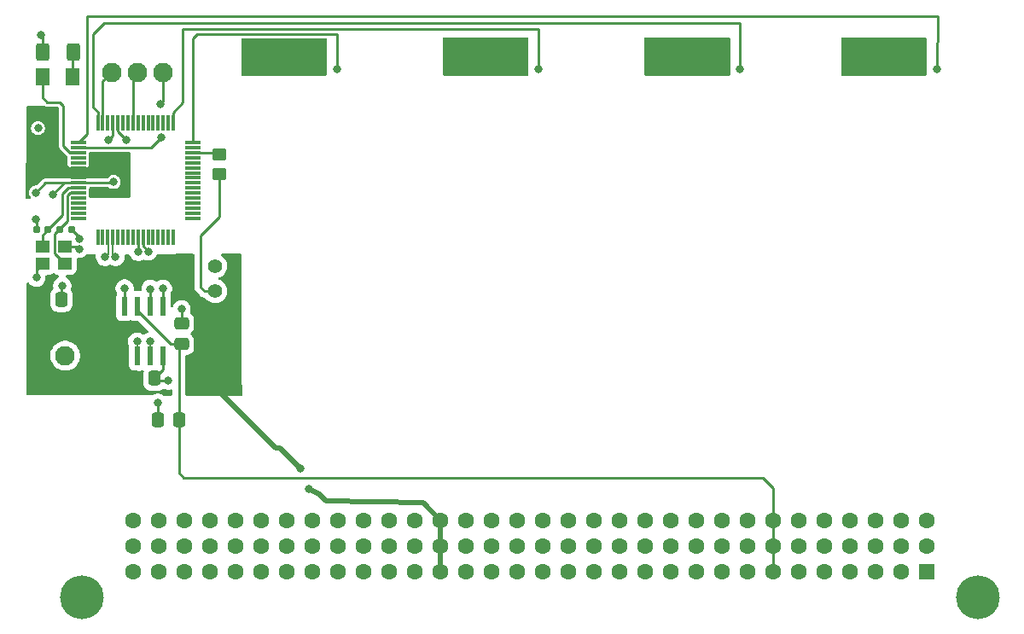
<source format=gbr>
%TF.GenerationSoftware,KiCad,Pcbnew,9.0.0*%
%TF.CreationDate,2025-04-06T17:48:58-04:00*%
%TF.ProjectId,Thruster_Control_Card_COPY,54687275-7374-4657-925f-436f6e74726f,rev?*%
%TF.SameCoordinates,Original*%
%TF.FileFunction,Copper,L1,Top*%
%TF.FilePolarity,Positive*%
%FSLAX46Y46*%
G04 Gerber Fmt 4.6, Leading zero omitted, Abs format (unit mm)*
G04 Created by KiCad (PCBNEW 9.0.0) date 2025-04-06 17:48:58*
%MOMM*%
%LPD*%
G01*
G04 APERTURE LIST*
G04 Aperture macros list*
%AMRoundRect*
0 Rectangle with rounded corners*
0 $1 Rounding radius*
0 $2 $3 $4 $5 $6 $7 $8 $9 X,Y pos of 4 corners*
0 Add a 4 corners polygon primitive as box body*
4,1,4,$2,$3,$4,$5,$6,$7,$8,$9,$2,$3,0*
0 Add four circle primitives for the rounded corners*
1,1,$1+$1,$2,$3*
1,1,$1+$1,$4,$5*
1,1,$1+$1,$6,$7*
1,1,$1+$1,$8,$9*
0 Add four rect primitives between the rounded corners*
20,1,$1+$1,$2,$3,$4,$5,0*
20,1,$1+$1,$4,$5,$6,$7,0*
20,1,$1+$1,$6,$7,$8,$9,0*
20,1,$1+$1,$8,$9,$2,$3,0*%
G04 Aperture macros list end*
%TA.AperFunction,ComponentPad*%
%ADD10C,1.950000*%
%TD*%
%TA.AperFunction,SMDPad,CuDef*%
%ADD11RoundRect,0.155000X0.212500X0.155000X-0.212500X0.155000X-0.212500X-0.155000X0.212500X-0.155000X0*%
%TD*%
%TA.AperFunction,SMDPad,CuDef*%
%ADD12R,0.558000X1.969999*%
%TD*%
%TA.AperFunction,SMDPad,CuDef*%
%ADD13RoundRect,0.250000X0.337500X0.475000X-0.337500X0.475000X-0.337500X-0.475000X0.337500X-0.475000X0*%
%TD*%
%TA.AperFunction,ComponentPad*%
%ADD14C,1.397000*%
%TD*%
%TA.AperFunction,SMDPad,CuDef*%
%ADD15RoundRect,0.250000X-0.337500X-0.475000X0.337500X-0.475000X0.337500X0.475000X-0.337500X0.475000X0*%
%TD*%
%TA.AperFunction,ComponentPad*%
%ADD16R,1.605000X1.605000*%
%TD*%
%TA.AperFunction,ComponentPad*%
%ADD17C,1.605000*%
%TD*%
%TA.AperFunction,ComponentPad*%
%ADD18C,4.335000*%
%TD*%
%TA.AperFunction,SMDPad,CuDef*%
%ADD19RoundRect,0.250000X0.475000X-0.337500X0.475000X0.337500X-0.475000X0.337500X-0.475000X-0.337500X0*%
%TD*%
%TA.AperFunction,SMDPad,CuDef*%
%ADD20RoundRect,0.250000X0.400000X0.625000X-0.400000X0.625000X-0.400000X-0.625000X0.400000X-0.625000X0*%
%TD*%
%TA.AperFunction,SMDPad,CuDef*%
%ADD21RoundRect,0.250000X-0.450000X0.350000X-0.450000X-0.350000X0.450000X-0.350000X0.450000X0.350000X0*%
%TD*%
%TA.AperFunction,SMDPad,CuDef*%
%ADD22RoundRect,0.250001X0.462499X0.624999X-0.462499X0.624999X-0.462499X-0.624999X0.462499X-0.624999X0*%
%TD*%
%TA.AperFunction,SMDPad,CuDef*%
%ADD23RoundRect,0.180000X-0.520000X-0.420000X0.520000X-0.420000X0.520000X0.420000X-0.520000X0.420000X0*%
%TD*%
%TA.AperFunction,SMDPad,CuDef*%
%ADD24RoundRect,0.075000X-0.700000X-0.075000X0.700000X-0.075000X0.700000X0.075000X-0.700000X0.075000X0*%
%TD*%
%TA.AperFunction,SMDPad,CuDef*%
%ADD25RoundRect,0.075000X-0.075000X-0.700000X0.075000X-0.700000X0.075000X0.700000X-0.075000X0.700000X0*%
%TD*%
%TA.AperFunction,ViaPad*%
%ADD26C,0.800000*%
%TD*%
%TA.AperFunction,Conductor*%
%ADD27C,0.250000*%
%TD*%
%TA.AperFunction,Conductor*%
%ADD28C,0.200000*%
%TD*%
%TA.AperFunction,Conductor*%
%ADD29C,0.500000*%
%TD*%
G04 APERTURE END LIST*
D10*
%TO.P,J7,1,Pin_1*%
%TO.N,3.3v*%
X154025000Y-80950000D03*
%TO.P,J7,2,Pin_2*%
%TO.N,GND*%
X154025000Y-83490000D03*
%TD*%
D11*
%TO.P,C1,1*%
%TO.N,GND*%
X154635000Y-71000000D03*
%TO.P,C1,2*%
%TO.N,RCC_OSC_OUT*%
X153500000Y-71000000D03*
%TD*%
D12*
%TO.P,U6,1,TXD*%
%TO.N,FDCAN_TX*%
X163700000Y-78576200D03*
%TO.P,U6,2,GND*%
%TO.N,GND*%
X162430000Y-78576200D03*
%TO.P,U6,3,VCC*%
%TO.N,5V*%
X161160000Y-78576200D03*
%TO.P,U6,4,RXD*%
%TO.N,FDCAN_RX*%
X159890000Y-78576200D03*
%TO.P,U6,5,VIO*%
%TO.N,3.3v*%
X159890000Y-83503800D03*
%TO.P,U6,6,CANL*%
%TO.N,CAN-*%
X161160000Y-83503800D03*
%TO.P,U6,7,CANH*%
%TO.N,CAN+*%
X162430000Y-83503800D03*
%TO.P,U6,8,STBY*%
%TO.N,GND*%
X163700000Y-83503800D03*
%TD*%
D13*
%TO.P,22uf,1*%
%TO.N,5V*%
X165312500Y-89825000D03*
%TO.P,22uf,2*%
%TO.N,GND*%
X163237500Y-89825000D03*
%TD*%
D14*
%TO.P,BOOT,1,1*%
%TO.N,3.3v*%
X168900000Y-79600000D03*
%TO.P,BOOT,2,2*%
%TO.N,Net-(R6-Pad2)*%
X168900000Y-77100000D03*
%TO.P,BOOT,3,3*%
%TO.N,GND*%
X168900000Y-74600000D03*
%TD*%
D15*
%TO.P,4.7uf,1*%
%TO.N,3.3v*%
X151587500Y-77925000D03*
%TO.P,4.7uf,2*%
%TO.N,GND*%
X153662500Y-77925000D03*
%TD*%
%TO.P,100nf,1*%
%TO.N,3.3v*%
X160822500Y-85740000D03*
%TO.P,100nf,2*%
%TO.N,GND*%
X162897500Y-85740000D03*
%TD*%
D16*
%TO.P,J1,A1,A1*%
%TO.N,+12V*%
X239522000Y-104902000D03*
D17*
%TO.P,J1,A2,A2*%
X236982000Y-104902000D03*
%TO.P,J1,A3,A3*%
X234442000Y-104902000D03*
%TO.P,J1,A4,A4*%
%TO.N,GND*%
X231902000Y-104902000D03*
%TO.P,J1,A5,A5*%
X229362000Y-104902000D03*
%TO.P,J1,A6,A6*%
X226822000Y-104902000D03*
%TO.P,J1,A7,A7*%
%TO.N,5V*%
X224282000Y-104902000D03*
%TO.P,J1,A8,A8*%
%TO.N,/A4*%
X221742000Y-104902000D03*
%TO.P,J1,A9,A9*%
%TO.N,/B4*%
X219202000Y-104902000D03*
%TO.P,J1,A10,A10*%
%TO.N,/C4*%
X216662000Y-104902000D03*
%TO.P,J1,A11,A11*%
%TO.N,/A3*%
X214122000Y-104902000D03*
%TO.P,J1,A12,A12*%
%TO.N,/B3*%
X211582000Y-104902000D03*
%TO.P,J1,A13,A13*%
%TO.N,/C3*%
X209042000Y-104902000D03*
%TO.P,J1,A14,A14*%
%TO.N,/A2*%
X206502000Y-104902000D03*
%TO.P,J1,A15,A15*%
%TO.N,/B2*%
X203962000Y-104902000D03*
%TO.P,J1,A16,A16*%
%TO.N,/C2*%
X201422000Y-104902000D03*
%TO.P,J1,A17,A17*%
%TO.N,/A1*%
X198882000Y-104902000D03*
%TO.P,J1,A18,A18*%
%TO.N,/B1*%
X196342000Y-104902000D03*
%TO.P,J1,A19,A19*%
%TO.N,/C1*%
X193802000Y-104902000D03*
%TO.P,J1,A20,A20*%
%TO.N,3.3v*%
X191262000Y-104902000D03*
%TO.P,J1,A21,A21*%
%TO.N,unconnected-(J1-PadA21)*%
X188722000Y-104902000D03*
%TO.P,J1,A22,A22*%
%TO.N,unconnected-(J1-PadA22)*%
X186182000Y-104902000D03*
%TO.P,J1,A23,A23*%
%TO.N,unconnected-(J1-PadA23)*%
X183642000Y-104902000D03*
%TO.P,J1,A24,A24*%
%TO.N,unconnected-(J1-PadA24)*%
X181102000Y-104902000D03*
%TO.P,J1,A25,A25*%
%TO.N,unconnected-(J1-PadA25)*%
X178562000Y-104902000D03*
%TO.P,J1,A26,A26*%
%TO.N,GND*%
X176022000Y-104902000D03*
%TO.P,J1,A27,A27*%
%TO.N,unconnected-(J1-PadA27)*%
X173482000Y-104902000D03*
%TO.P,J1,A28,A28*%
%TO.N,GND*%
X170942000Y-104902000D03*
%TO.P,J1,A29,A29*%
%TO.N,unconnected-(J1-PadA29)*%
X168402000Y-104902000D03*
%TO.P,J1,A30,A30*%
%TO.N,GND*%
X165862000Y-104902000D03*
%TO.P,J1,A31,A31*%
%TO.N,/SDA_IN*%
X163322000Y-104902000D03*
%TO.P,J1,A32,A32*%
%TO.N,GND*%
X160782000Y-104902000D03*
%TO.P,J1,B1,B1*%
%TO.N,+12V*%
X239522000Y-102362000D03*
%TO.P,J1,B2,B2*%
X236982000Y-102362000D03*
%TO.P,J1,B3,B3*%
X234442000Y-102362000D03*
%TO.P,J1,B4,B4*%
%TO.N,GND*%
X231902000Y-102362000D03*
%TO.P,J1,B5,B5*%
X229362000Y-102362000D03*
%TO.P,J1,B6,B6*%
X226822000Y-102362000D03*
%TO.P,J1,B7,B7*%
%TO.N,5V*%
X224282000Y-102362000D03*
%TO.P,J1,B8,B8*%
%TO.N,/A4*%
X221742000Y-102362000D03*
%TO.P,J1,B9,B9*%
%TO.N,/B4*%
X219202000Y-102362000D03*
%TO.P,J1,B10,B10*%
%TO.N,/C4*%
X216662000Y-102362000D03*
%TO.P,J1,B11,B11*%
%TO.N,/A3*%
X214122000Y-102362000D03*
%TO.P,J1,B12,B12*%
%TO.N,/B3*%
X211582000Y-102362000D03*
%TO.P,J1,B13,B13*%
%TO.N,/C3*%
X209042000Y-102362000D03*
%TO.P,J1,B14,B14*%
%TO.N,/A2*%
X206502000Y-102362000D03*
%TO.P,J1,B15,B15*%
%TO.N,/B2*%
X203962000Y-102362000D03*
%TO.P,J1,B16,B16*%
%TO.N,/C2*%
X201422000Y-102362000D03*
%TO.P,J1,B17,B17*%
%TO.N,/A1*%
X198882000Y-102362000D03*
%TO.P,J1,B18,B18*%
%TO.N,/B1*%
X196342000Y-102362000D03*
%TO.P,J1,B19,B19*%
%TO.N,/C1*%
X193802000Y-102362000D03*
%TO.P,J1,B20,B20*%
%TO.N,3.3v*%
X191262000Y-102362000D03*
%TO.P,J1,B21,B21*%
%TO.N,unconnected-(J1-PadB21)*%
X188722000Y-102362000D03*
%TO.P,J1,B22,B22*%
%TO.N,unconnected-(J1-PadB22)*%
X186182000Y-102362000D03*
%TO.P,J1,B23,B23*%
%TO.N,unconnected-(J1-PadB23)*%
X183642000Y-102362000D03*
%TO.P,J1,B24,B24*%
%TO.N,unconnected-(J1-PadB24)*%
X181102000Y-102362000D03*
%TO.P,J1,B25,B25*%
%TO.N,USART2-*%
X178562000Y-102362000D03*
%TO.P,J1,B26,B26*%
%TO.N,unconnected-(J1-PadB26)*%
X176022000Y-102362000D03*
%TO.P,J1,B27,B27*%
%TO.N,CAN+*%
X173482000Y-102362000D03*
%TO.P,J1,B28,B28*%
%TO.N,unconnected-(J1-PadB28)*%
X170942000Y-102362000D03*
%TO.P,J1,B29,B29*%
%TO.N,unconnected-(J1-PadB29)*%
X168402000Y-102362000D03*
%TO.P,J1,B30,B30*%
%TO.N,unconnected-(J1-PadB30)*%
X165862000Y-102362000D03*
%TO.P,J1,B31,B31*%
%TO.N,/SDA_IN*%
X163322000Y-102362000D03*
%TO.P,J1,B32,B32*%
%TO.N,/SCL_IN*%
X160782000Y-102362000D03*
%TO.P,J1,C1,C1*%
%TO.N,+12V*%
X239522000Y-99822000D03*
%TO.P,J1,C2,C2*%
X236982000Y-99822000D03*
%TO.P,J1,C3,C3*%
X234442000Y-99822000D03*
%TO.P,J1,C4,C4*%
%TO.N,GND*%
X231902000Y-99822000D03*
%TO.P,J1,C5,C5*%
X229362000Y-99822000D03*
%TO.P,J1,C6,C6*%
X226822000Y-99822000D03*
%TO.P,J1,C7,C7*%
%TO.N,5V*%
X224282000Y-99822000D03*
%TO.P,J1,C8,C8*%
%TO.N,/A4*%
X221742000Y-99822000D03*
%TO.P,J1,C9,C9*%
%TO.N,/B4*%
X219202000Y-99822000D03*
%TO.P,J1,C10,C10*%
%TO.N,/C4*%
X216662000Y-99822000D03*
%TO.P,J1,C11,C11*%
%TO.N,/A3*%
X214122000Y-99822000D03*
%TO.P,J1,C12,C12*%
%TO.N,/B3*%
X211582000Y-99822000D03*
%TO.P,J1,C13,C13*%
%TO.N,/C3*%
X209042000Y-99822000D03*
%TO.P,J1,C14,C14*%
%TO.N,/A2*%
X206502000Y-99822000D03*
%TO.P,J1,C15,C15*%
%TO.N,/B2*%
X203962000Y-99822000D03*
%TO.P,J1,C16,C16*%
%TO.N,/C2*%
X201422000Y-99822000D03*
%TO.P,J1,C17,C17*%
%TO.N,/A1*%
X198882000Y-99822000D03*
%TO.P,J1,C18,C18*%
%TO.N,/B1*%
X196342000Y-99822000D03*
%TO.P,J1,C19,C19*%
%TO.N,/C1*%
X193802000Y-99822000D03*
%TO.P,J1,C20,C20*%
%TO.N,3.3v*%
X191262000Y-99822000D03*
%TO.P,J1,C21,C21*%
%TO.N,unconnected-(J1-PadC21)*%
X188722000Y-99822000D03*
%TO.P,J1,C22,C22*%
%TO.N,unconnected-(J1-PadC22)*%
X186182000Y-99822000D03*
%TO.P,J1,C23,C23*%
%TO.N,unconnected-(J1-PadC23)*%
X183642000Y-99822000D03*
%TO.P,J1,C24,C24*%
%TO.N,unconnected-(J1-PadC24)*%
X181102000Y-99822000D03*
%TO.P,J1,C25,C25*%
%TO.N,GND*%
X178562000Y-99822000D03*
%TO.P,J1,C26,C26*%
%TO.N,USART2+*%
X176022000Y-99822000D03*
%TO.P,J1,C27,C27*%
%TO.N,GND*%
X173482000Y-99822000D03*
%TO.P,J1,C28,C28*%
%TO.N,CAN-*%
X170942000Y-99822000D03*
%TO.P,J1,C29,C29*%
%TO.N,GND*%
X168402000Y-99822000D03*
%TO.P,J1,C30,C30*%
%TO.N,unconnected-(J1-PadC30)*%
X165862000Y-99822000D03*
%TO.P,J1,C31,C31*%
%TO.N,GND*%
X163322000Y-99822000D03*
%TO.P,J1,C32,C32*%
%TO.N,/SCL_IN*%
X160782000Y-99822000D03*
D18*
%TO.P,J1,MH1*%
%TO.N,N/C*%
X244602000Y-107442000D03*
%TO.P,J1,MH2*%
X155702000Y-107442000D03*
%TD*%
D19*
%TO.P,100nf,1*%
%TO.N,5V*%
X165575000Y-82350000D03*
%TO.P,100nf,2*%
%TO.N,GND*%
X165575000Y-80275000D03*
%TD*%
D20*
%TO.P,1k,1*%
%TO.N,Net-(D1-K)*%
X154850000Y-53325000D03*
%TO.P,1k,2*%
%TO.N,GND*%
X151750000Y-53325000D03*
%TD*%
D10*
%TO.P,SWCLK NRST SWDIO,1,Pin_1*%
%TO.N,/SWDIO*%
X163700000Y-55400000D03*
%TO.P,SWCLK NRST SWDIO,2,Pin_2*%
%TO.N,/NRST*%
X161160000Y-55400000D03*
%TO.P,SWCLK NRST SWDIO,3,Pin_3*%
%TO.N,/SWCLK*%
X158620000Y-55400000D03*
%TD*%
D21*
%TO.P,10k,1*%
%TO.N,Net-(U5-PA14)*%
X169300000Y-63500000D03*
%TO.P,10k,2*%
%TO.N,Net-(R6-Pad2)*%
X169300000Y-65500000D03*
%TD*%
D22*
%TO.P,LED,1,K*%
%TO.N,Net-(D1-K)*%
X154737500Y-55850000D03*
%TO.P,LED,2,A*%
%TO.N,LED*%
X151762500Y-55850000D03*
%TD*%
D23*
%TO.P,U7,1*%
%TO.N,RCC_OSC_IN*%
X151775000Y-72700000D03*
%TO.P,U7,2*%
%TO.N,GND*%
X153975000Y-72700000D03*
%TO.P,U7,3*%
%TO.N,RCC_OSC_OUT*%
X153975000Y-74400000D03*
%TO.P,U7,4*%
%TO.N,GND*%
X151775000Y-74400000D03*
%TD*%
D24*
%TO.P,U5,1,PC11*%
%TO.N,TIM1 CH4 (PWM)*%
X155325000Y-62350000D03*
%TO.P,U5,2,PC12*%
%TO.N,/SWDIO*%
X155325000Y-62850000D03*
%TO.P,U5,3,PC13*%
%TO.N,LED*%
X155325000Y-63350000D03*
%TO.P,U5,4,PC14*%
%TO.N,unconnected-(U5-PC14-Pad4)*%
X155325000Y-63850000D03*
%TO.P,U5,5,PC15*%
%TO.N,unconnected-(U5-PC15-Pad5)*%
X155325000Y-64350000D03*
%TO.P,U5,6,VBAT*%
%TO.N,3.3v*%
X155325000Y-64850000D03*
%TO.P,U5,7,VREF+*%
X155325000Y-65350000D03*
%TO.P,U5,8,VDD*%
X155325000Y-65850000D03*
%TO.P,U5,9,VSS*%
%TO.N,GND*%
X155325000Y-66350000D03*
%TO.P,U5,10,PF0*%
%TO.N,RCC_OSC_IN*%
X155325000Y-66850000D03*
%TO.P,U5,11,PF1*%
%TO.N,RCC_OSC_OUT*%
X155325000Y-67350000D03*
%TO.P,U5,12,PF2*%
%TO.N,unconnected-(U5-PF2-Pad12)*%
X155325000Y-67850000D03*
%TO.P,U5,13,PC0*%
%TO.N,unconnected-(U5-PC0-Pad13)*%
X155325000Y-68350000D03*
%TO.P,U5,14,PC1*%
%TO.N,unconnected-(U5-PC1-Pad14)*%
X155325000Y-68850000D03*
%TO.P,U5,15,PC2*%
%TO.N,unconnected-(U5-PC2-Pad15)*%
X155325000Y-69350000D03*
%TO.P,U5,16,PC3*%
%TO.N,unconnected-(U5-PC3-Pad16)*%
X155325000Y-69850000D03*
D25*
%TO.P,U5,17,PA0*%
%TO.N,unconnected-(U5-PA0-Pad17)*%
X157250000Y-71775000D03*
%TO.P,U5,18,PA1*%
%TO.N,unconnected-(U5-PA1-Pad18)*%
X157750000Y-71775000D03*
%TO.P,U5,19,PA2*%
%TO.N,USART2+*%
X158250000Y-71775000D03*
%TO.P,U5,20,PA3*%
%TO.N,USART2-*%
X158750000Y-71775000D03*
%TO.P,U5,21,PA4*%
%TO.N,unconnected-(U5-PA4-Pad21)*%
X159250000Y-71775000D03*
%TO.P,U5,22,PA5*%
%TO.N,unconnected-(U5-PA5-Pad22)*%
X159750000Y-71775000D03*
%TO.P,U5,23,PA6*%
%TO.N,unconnected-(U5-PA6-Pad23)*%
X160250000Y-71775000D03*
%TO.P,U5,24,PA7*%
%TO.N,unconnected-(U5-PA7-Pad24)*%
X160750000Y-71775000D03*
%TO.P,U5,25,PC4*%
%TO.N,FDCAN_RX*%
X161250000Y-71775000D03*
%TO.P,U5,26,PC5*%
%TO.N,FDCAN_TX*%
X161750000Y-71775000D03*
%TO.P,U5,27,PB0*%
%TO.N,unconnected-(U5-PB0-Pad27)*%
X162250000Y-71775000D03*
%TO.P,U5,28,PB1*%
%TO.N,unconnected-(U5-PB1-Pad28)*%
X162750000Y-71775000D03*
%TO.P,U5,29,PB2*%
%TO.N,unconnected-(U5-PB2-Pad29)*%
X163250000Y-71775000D03*
%TO.P,U5,30,PB10*%
%TO.N,unconnected-(U5-PB10-Pad30)*%
X163750000Y-71775000D03*
%TO.P,U5,31,PB11*%
%TO.N,unconnected-(U5-PB11-Pad31)*%
X164250000Y-71775000D03*
%TO.P,U5,32,PB12*%
%TO.N,unconnected-(U5-PB12-Pad32)*%
X164750000Y-71775000D03*
D24*
%TO.P,U5,33,PB13*%
%TO.N,unconnected-(U5-PB13-Pad33)*%
X166675000Y-69850000D03*
%TO.P,U5,34,PB14*%
%TO.N,unconnected-(U5-PB14-Pad34)*%
X166675000Y-69350000D03*
%TO.P,U5,35,PB15*%
%TO.N,unconnected-(U5-PB15-Pad35)*%
X166675000Y-68850000D03*
%TO.P,U5,36,PA8*%
%TO.N,unconnected-(U5-PA8-Pad36)*%
X166675000Y-68350000D03*
%TO.P,U5,37,PA9/UCPD1_DBCC1*%
%TO.N,unconnected-(U5-PA9{slash}UCPD1_DBCC1-Pad37)*%
X166675000Y-67850000D03*
%TO.P,U5,38,PC6*%
%TO.N,unconnected-(U5-PC6-Pad38)*%
X166675000Y-67350000D03*
%TO.P,U5,39,PC7*%
%TO.N,unconnected-(U5-PC7-Pad39)*%
X166675000Y-66850000D03*
%TO.P,U5,40,PD8*%
%TO.N,unconnected-(U5-PD8-Pad40)*%
X166675000Y-66350000D03*
%TO.P,U5,41,PD9*%
%TO.N,unconnected-(U5-PD9-Pad41)*%
X166675000Y-65850000D03*
%TO.P,U5,42,PA10/UCPD1_DBCC2*%
%TO.N,unconnected-(U5-PA10{slash}UCPD1_DBCC2-Pad42)*%
X166675000Y-65350000D03*
%TO.P,U5,43,PA11/PA9*%
%TO.N,unconnected-(U5-PA11{slash}PA9-Pad43)*%
X166675000Y-64850000D03*
%TO.P,U5,44,PA12/PA10*%
%TO.N,unconnected-(U5-PA12{slash}PA10-Pad44)*%
X166675000Y-64350000D03*
%TO.P,U5,45,PA13*%
%TO.N,unconnected-(U5-PA13-Pad45)*%
X166675000Y-63850000D03*
%TO.P,U5,46,PA14*%
%TO.N,Net-(U5-PA14)*%
X166675000Y-63350000D03*
%TO.P,U5,47,PA15*%
%TO.N,unconnected-(U5-PA15-Pad47)*%
X166675000Y-62850000D03*
%TO.P,U5,48,PC8*%
%TO.N,TIM1 CH (PWM)*%
X166675000Y-62350000D03*
D25*
%TO.P,U5,49,PC9*%
%TO.N,TIM1 CH2 (PWM)*%
X164750000Y-60425000D03*
%TO.P,U5,50,PD0*%
%TO.N,unconnected-(U5-PD0-Pad50)*%
X164250000Y-60425000D03*
%TO.P,U5,51,PD1*%
%TO.N,unconnected-(U5-PD1-Pad51)*%
X163750000Y-60425000D03*
%TO.P,U5,52,PD2*%
%TO.N,unconnected-(U5-PD2-Pad52)*%
X163250000Y-60425000D03*
%TO.P,U5,53,PD3*%
%TO.N,unconnected-(U5-PD3-Pad53)*%
X162750000Y-60425000D03*
%TO.P,U5,54,PD4*%
%TO.N,unconnected-(U5-PD4-Pad54)*%
X162250000Y-60425000D03*
%TO.P,U5,55,PD5*%
%TO.N,unconnected-(U5-PD5-Pad55)*%
X161750000Y-60425000D03*
%TO.P,U5,56,PD6*%
%TO.N,unconnected-(U5-PD6-Pad56)*%
X161250000Y-60425000D03*
%TO.P,U5,57,PB3*%
%TO.N,/NRST*%
X160750000Y-60425000D03*
%TO.P,U5,58,PB4*%
%TO.N,unconnected-(U5-PB4-Pad58)*%
X160250000Y-60425000D03*
%TO.P,U5,59,PB5*%
%TO.N,unconnected-(U5-PB5-Pad59)*%
X159750000Y-60425000D03*
%TO.P,U5,60,PB6*%
%TO.N,/SCL_IN*%
X159250000Y-60425000D03*
%TO.P,U5,61,PB7*%
%TO.N,/SDA_IN*%
X158750000Y-60425000D03*
%TO.P,U5,62,PB8*%
%TO.N,unconnected-(U5-PB8-Pad62)*%
X158250000Y-60425000D03*
%TO.P,U5,63,PB9*%
%TO.N,/SWCLK*%
X157750000Y-60425000D03*
%TO.P,U5,64,PC10*%
%TO.N,TIM1 CH3 (PWM)*%
X157250000Y-60425000D03*
%TD*%
D11*
%TO.P,20pf,1*%
%TO.N,RCC_OSC_IN*%
X152310000Y-71000000D03*
%TO.P,20pf,2*%
%TO.N,GND*%
X151175000Y-71000000D03*
%TD*%
D26*
%TO.N,GND*%
X198300000Y-54800000D03*
X197300000Y-54800000D03*
X198300000Y-52800000D03*
X199300000Y-54800000D03*
X234800000Y-52800000D03*
X175300000Y-54800000D03*
X237800000Y-52800000D03*
X233800000Y-54800000D03*
X216300000Y-53800000D03*
X236800000Y-52800000D03*
X179300000Y-53800000D03*
X235800000Y-53800000D03*
X162475000Y-76875000D03*
X177300000Y-54800000D03*
X164250000Y-85975000D03*
X218300000Y-52800000D03*
X212300000Y-54800000D03*
X179300000Y-54800000D03*
X238800000Y-54800000D03*
X151150000Y-69950000D03*
X158825000Y-66250000D03*
X219300000Y-53800000D03*
X237800000Y-53800000D03*
X178300000Y-53800000D03*
X196300000Y-52800000D03*
X172300000Y-53800000D03*
X165575000Y-78875000D03*
X192300000Y-53800000D03*
X234800000Y-54800000D03*
X193300000Y-52800000D03*
X194300000Y-53800000D03*
X232800000Y-53800000D03*
X192300000Y-52800000D03*
X214300000Y-54800000D03*
X178300000Y-54800000D03*
X195300000Y-53800000D03*
X177300000Y-52800000D03*
X217300000Y-53800000D03*
X213300000Y-54800000D03*
X231800000Y-53800000D03*
X151325000Y-60900000D03*
X151625000Y-51700000D03*
X176300000Y-53800000D03*
X234800000Y-53800000D03*
X198300000Y-53800000D03*
X194300000Y-54800000D03*
X212300000Y-53800000D03*
X217300000Y-52800000D03*
X232800000Y-54800000D03*
X214300000Y-53800000D03*
X196300000Y-53800000D03*
X216300000Y-54800000D03*
X173300000Y-52800000D03*
X214300000Y-52800000D03*
X172300000Y-54800000D03*
X237800000Y-54800000D03*
X213300000Y-53800000D03*
X195300000Y-54800000D03*
X195300000Y-52800000D03*
X236800000Y-53800000D03*
X235800000Y-52800000D03*
X233800000Y-52800000D03*
X152775000Y-67500000D03*
X216300000Y-52800000D03*
X215300000Y-52800000D03*
X196300000Y-54800000D03*
X232800000Y-52800000D03*
X174300000Y-54800000D03*
X197300000Y-53800000D03*
X151175000Y-75750000D03*
X173300000Y-54800000D03*
X174300000Y-52800000D03*
X174300000Y-53800000D03*
X155425000Y-71900000D03*
X178300000Y-52800000D03*
X197300000Y-52800000D03*
X218300000Y-53800000D03*
X176300000Y-54800000D03*
X212300000Y-52800000D03*
X238800000Y-53800000D03*
X215300000Y-54800000D03*
X177300000Y-53800000D03*
X175300000Y-53800000D03*
X151125000Y-67300000D03*
X192300000Y-54800000D03*
X176300000Y-52800000D03*
X215300000Y-53800000D03*
X217300000Y-54800000D03*
X231800000Y-54800000D03*
X235800000Y-54800000D03*
X193300000Y-53800000D03*
X219300000Y-54800000D03*
X199300000Y-52800000D03*
X231800000Y-52800000D03*
X218300000Y-54800000D03*
X238800000Y-52800000D03*
X163200000Y-88150000D03*
X194300000Y-52800000D03*
X199300000Y-53800000D03*
X175300000Y-52800000D03*
X179300000Y-52800000D03*
X219300000Y-52800000D03*
X173300000Y-53800000D03*
X236800000Y-54800000D03*
X233800000Y-53800000D03*
X153725000Y-76550000D03*
X193300000Y-54800000D03*
X155425000Y-72900000D03*
X172200000Y-52800000D03*
X213300000Y-52800000D03*
%TO.N,CAN+*%
X162450000Y-82100000D03*
%TO.N,3.3v*%
X152525000Y-59350000D03*
X152775000Y-62600000D03*
X177400000Y-94700000D03*
X151200000Y-62575000D03*
X158725000Y-64662500D03*
X178175000Y-96725000D03*
%TO.N,CAN-*%
X161150000Y-82100000D03*
%TO.N,/SWDIO*%
X163500000Y-58500000D03*
X163570264Y-61792050D03*
%TO.N,TIM1 CH (PWM)*%
X181000000Y-55050000D03*
%TO.N,TIM1 CH2 (PWM)*%
X201000000Y-55050000D03*
%TO.N,TIM1 CH3 (PWM)*%
X221000000Y-55050000D03*
%TO.N,TIM1 CH4 (PWM)*%
X240500000Y-55050000D03*
%TO.N,USART2+*%
X157975000Y-73700000D03*
%TO.N,/SDA_IN*%
X158300000Y-62125000D03*
%TO.N,/SCL_IN*%
X160100000Y-62125000D03*
%TO.N,USART2-*%
X159025000Y-73700000D03*
%TO.N,FDCAN_TX*%
X162273752Y-73149999D03*
X163725000Y-76850000D03*
%TO.N,FDCAN_RX*%
X159925000Y-76825000D03*
X161275000Y-73200000D03*
%TD*%
D27*
%TO.N,LED*%
X153850000Y-62719178D02*
X154480822Y-63350000D01*
X153850000Y-58725000D02*
X153850000Y-62719178D01*
X154480822Y-63350000D02*
X155325000Y-63350000D01*
X153450000Y-58325000D02*
X153850000Y-58725000D01*
X152225000Y-58325000D02*
X153450000Y-58325000D01*
X151762500Y-57862500D02*
X152225000Y-58325000D01*
X151762500Y-55850000D02*
X151762500Y-57862500D01*
%TO.N,GND*%
X152075000Y-66350000D02*
X153925000Y-66350000D01*
X151125000Y-67300000D02*
X152075000Y-66350000D01*
X153925000Y-66350000D02*
X152775000Y-67500000D01*
X155325000Y-66350000D02*
X153925000Y-66350000D01*
X158725000Y-66350000D02*
X158825000Y-66250000D01*
X155325000Y-66350000D02*
X158725000Y-66350000D01*
X169300000Y-74200000D02*
X168900000Y-74600000D01*
X153662500Y-76612500D02*
X153725000Y-76550000D01*
X165575000Y-80275000D02*
X165575000Y-78875000D01*
X164250000Y-85975000D02*
X163132500Y-85975000D01*
X162430000Y-76920000D02*
X162475000Y-76875000D01*
X163700000Y-84900000D02*
X162897500Y-85702500D01*
X162430000Y-78576200D02*
X162430000Y-76920000D01*
X153662500Y-77925000D02*
X153662500Y-76612500D01*
X151175000Y-75000000D02*
X151775000Y-74400000D01*
X151750000Y-51825000D02*
X151625000Y-51700000D01*
X154650000Y-71000000D02*
X155425000Y-71775000D01*
X151175000Y-71000000D02*
X151175000Y-69975000D01*
X163237500Y-88187500D02*
X163200000Y-88150000D01*
X151175000Y-69975000D02*
X151150000Y-69950000D01*
X151750000Y-53325000D02*
X151750000Y-51825000D01*
X163132500Y-85975000D02*
X162897500Y-85740000D01*
X151175000Y-75750000D02*
X151175000Y-75000000D01*
X163237500Y-89825000D02*
X163237500Y-88187500D01*
X162897500Y-85702500D02*
X162897500Y-85740000D01*
X154635000Y-71000000D02*
X154650000Y-71000000D01*
X163700000Y-84900000D02*
X163700000Y-83503800D01*
X153975000Y-72700000D02*
X155375000Y-72700000D01*
D28*
%TO.N,CAN+*%
X162450000Y-83483800D02*
X162430000Y-83503800D01*
X162450000Y-82100000D02*
X162450000Y-83483800D01*
D29*
%TO.N,3.3v*%
X174900000Y-92650000D02*
X168900000Y-86650000D01*
X179231691Y-97250000D02*
X179900000Y-97918309D01*
X168900000Y-86650000D02*
X168900000Y-79600000D01*
X178175000Y-96725000D02*
X179231691Y-97250000D01*
X191262000Y-104902000D02*
X191262000Y-99822000D01*
X191262000Y-99822000D02*
X189540000Y-98100000D01*
X189540000Y-98100000D02*
X179900000Y-97918309D01*
X175350000Y-92650000D02*
X174900000Y-92650000D01*
X177400000Y-94700000D02*
X175350000Y-92650000D01*
D28*
%TO.N,CAN-*%
X161150000Y-83493800D02*
X161160000Y-83503800D01*
X161150000Y-82100000D02*
X161150000Y-83493800D01*
D27*
%TO.N,Net-(U5-PA14)*%
X169150000Y-63350000D02*
X169300000Y-63500000D01*
X166675000Y-63350000D02*
X169150000Y-63350000D01*
%TO.N,5V*%
X224282000Y-104902000D02*
X224282000Y-96600000D01*
X161160000Y-78576200D02*
X161160000Y-79035000D01*
D29*
X165312500Y-82612500D02*
X165575000Y-82350000D01*
D27*
X224282000Y-96600000D02*
X223282000Y-95600000D01*
X161160000Y-79282199D02*
X161160000Y-78576200D01*
X165312500Y-95112500D02*
X165312500Y-89825000D01*
X223282000Y-95600000D02*
X165800000Y-95600000D01*
X164475000Y-82350000D02*
X165575000Y-82350000D01*
X161160000Y-79035000D02*
X164475000Y-82350000D01*
X165312500Y-89825000D02*
X165312500Y-82612500D01*
X165800000Y-95600000D02*
X165312500Y-95112500D01*
%TO.N,/SWCLK*%
X158620000Y-55400000D02*
X157750000Y-56270000D01*
X157750000Y-56270000D02*
X157750000Y-60425000D01*
%TO.N,/NRST*%
X161160000Y-55400000D02*
X161800000Y-55400000D01*
X160750000Y-55810000D02*
X160750000Y-60425000D01*
X161160000Y-55400000D02*
X160750000Y-55810000D01*
%TO.N,/SWDIO*%
X163500000Y-58500000D02*
X163700000Y-58300000D01*
X162512314Y-62850000D02*
X163570264Y-61792050D01*
X155325000Y-62850000D02*
X162512314Y-62850000D01*
X163700000Y-58300000D02*
X163700000Y-55400000D01*
%TO.N,Net-(R6-Pad2)*%
X169275000Y-69675000D02*
X169300000Y-69475000D01*
X168900000Y-65900000D02*
X169300000Y-65500000D01*
X169100000Y-69950000D02*
X169275000Y-69675000D01*
X167475000Y-76700000D02*
X167475000Y-71575000D01*
X168900000Y-77100000D02*
X167875000Y-77100000D01*
X169300000Y-69475000D02*
X169300000Y-65500000D01*
X167875000Y-77100000D02*
X167475000Y-76700000D01*
X167475000Y-71575000D02*
X169100000Y-69950000D01*
%TO.N,TIM1 CH (PWM)*%
X181000000Y-55050000D02*
X181000000Y-51600000D01*
X181000000Y-51600000D02*
X167149000Y-51551000D01*
X166675000Y-52025000D02*
X166675000Y-62350000D01*
X167149000Y-51551000D02*
X166675000Y-52025000D01*
%TO.N,TIM1 CH2 (PWM)*%
X201000000Y-51100000D02*
X201000000Y-55050000D01*
X164750000Y-60425000D02*
X164750000Y-59350000D01*
X165700000Y-58400000D02*
X165700000Y-51100000D01*
X165700000Y-51100000D02*
X201000000Y-51100000D01*
X164750000Y-59350000D02*
X165700000Y-58400000D01*
%TO.N,TIM1 CH3 (PWM)*%
X221000000Y-50500000D02*
X221000000Y-55050000D01*
X156800000Y-51600000D02*
X157900000Y-50500000D01*
X157900000Y-50500000D02*
X221000000Y-50500000D01*
X157250000Y-60425000D02*
X157250000Y-59399000D01*
X157250000Y-59399000D02*
X156800000Y-58800000D01*
X156800000Y-58800000D02*
X156800000Y-51600000D01*
%TO.N,TIM1 CH4 (PWM)*%
X240500000Y-55050000D02*
X240600000Y-49800000D01*
X156200000Y-61475000D02*
X156200000Y-49800000D01*
X155325000Y-62350000D02*
X156200000Y-61475000D01*
X240600000Y-49800000D02*
X156200000Y-49800000D01*
D28*
%TO.N,USART2+*%
X158250000Y-71775000D02*
X158274999Y-71799999D01*
X158274999Y-71799999D02*
X158274999Y-73400001D01*
X158274999Y-73400001D02*
X157975000Y-73700000D01*
D27*
%TO.N,/SDA_IN*%
X158300000Y-62125000D02*
X158750000Y-61675000D01*
X158750000Y-61675000D02*
X158750000Y-60425000D01*
%TO.N,/SCL_IN*%
X160100000Y-62125000D02*
X159250000Y-61275000D01*
X159250000Y-61275000D02*
X159250000Y-60425000D01*
D28*
%TO.N,USART2-*%
X158750000Y-71775000D02*
X158725001Y-71799999D01*
X158725001Y-73400001D02*
X159025000Y-73700000D01*
X158725001Y-71799999D02*
X158725001Y-73400001D01*
D27*
%TO.N,RCC_OSC_OUT*%
X154224000Y-67606822D02*
X154480822Y-67350000D01*
X154480822Y-67350000D02*
X155325000Y-67350000D01*
X153975000Y-74400000D02*
X152949000Y-73374000D01*
X154224000Y-70138032D02*
X154224000Y-67606822D01*
X152949000Y-73374000D02*
X152949000Y-71413032D01*
X152949000Y-71413032D02*
X154224000Y-70138032D01*
%TO.N,RCC_OSC_IN*%
X151775000Y-72700000D02*
X151775000Y-71535000D01*
X153773000Y-69537000D02*
X153773000Y-67420012D01*
X152310000Y-71000000D02*
X153773000Y-69537000D01*
X153773000Y-67420012D02*
X154343012Y-66850000D01*
X151775000Y-71535000D02*
X152310000Y-71000000D01*
X154343012Y-66850000D02*
X155325000Y-66850000D01*
%TO.N,FDCAN_TX*%
X163700000Y-78576200D02*
X163700000Y-76875000D01*
X162273752Y-73149999D02*
X161750000Y-72626247D01*
X163700000Y-76875000D02*
X163725000Y-76850000D01*
X161750000Y-72626247D02*
X161750000Y-71775000D01*
%TO.N,FDCAN_RX*%
X161275000Y-73200000D02*
X161275000Y-71800000D01*
X161275000Y-71800000D02*
X161250000Y-71775000D01*
X159890000Y-76860000D02*
X159925000Y-76825000D01*
X159890000Y-78576200D02*
X159890000Y-76860000D01*
%TO.N,Net-(D1-K)*%
X154737500Y-53437500D02*
X154850000Y-53325000D01*
X154737500Y-55850000D02*
X154737500Y-53437500D01*
%TD*%
%TA.AperFunction,Conductor*%
%TO.N,GND*%
G36*
X179876209Y-52021527D02*
G01*
X179943177Y-52041448D01*
X179988745Y-52094414D01*
X179999769Y-52145642D01*
X179996562Y-55575616D01*
X179976815Y-55642637D01*
X179923968Y-55688342D01*
X179872562Y-55699500D01*
X172548090Y-55699500D01*
X172546043Y-55699112D01*
X172415137Y-55699991D01*
X172414341Y-55699997D01*
X172413511Y-55700000D01*
X171624000Y-55700000D01*
X171556961Y-55680315D01*
X171511206Y-55627511D01*
X171500000Y-55576000D01*
X171500000Y-52116334D01*
X171519685Y-52049295D01*
X171572489Y-52003540D01*
X171624437Y-51992335D01*
X179876209Y-52021527D01*
G37*
%TD.AperFunction*%
%TD*%
%TA.AperFunction,Conductor*%
%TO.N,3.3v*%
G36*
X171442431Y-73367052D02*
G01*
X171488494Y-73419587D01*
X171500003Y-73471728D01*
X171503058Y-86017664D01*
X171503106Y-86017900D01*
X171503106Y-86080427D01*
X171533502Y-86252819D01*
X171540562Y-86272220D01*
X171543676Y-86280776D01*
X171544295Y-86283887D01*
X171548529Y-86294111D01*
X171549456Y-86296656D01*
X171549456Y-86296658D01*
X171593370Y-86417315D01*
X171593374Y-86417325D01*
X171593377Y-86417330D01*
X171594991Y-86420792D01*
X171606604Y-86472463D01*
X171611812Y-87357713D01*
X171592522Y-87424867D01*
X171539988Y-87470931D01*
X171487237Y-87482441D01*
X166061423Y-87457204D01*
X165994476Y-87437207D01*
X165948967Y-87384191D01*
X165938000Y-87333205D01*
X165938000Y-83561999D01*
X165957685Y-83494960D01*
X166010489Y-83449205D01*
X166062000Y-83437999D01*
X166100002Y-83437999D01*
X166100008Y-83437999D01*
X166202797Y-83427499D01*
X166369334Y-83372314D01*
X166518656Y-83280212D01*
X166642712Y-83156156D01*
X166734814Y-83006834D01*
X166789999Y-82840297D01*
X166800500Y-82737509D01*
X166800499Y-81962492D01*
X166789999Y-81859703D01*
X166734814Y-81693166D01*
X166642712Y-81543844D01*
X166518656Y-81419788D01*
X166515819Y-81418038D01*
X166514283Y-81416330D01*
X166512989Y-81415307D01*
X166513163Y-81415085D01*
X166469096Y-81366094D01*
X166457872Y-81297132D01*
X166485713Y-81233049D01*
X166515817Y-81206962D01*
X166518656Y-81205212D01*
X166642712Y-81081156D01*
X166734814Y-80931834D01*
X166789999Y-80765297D01*
X166800500Y-80662509D01*
X166800499Y-79887492D01*
X166789999Y-79784703D01*
X166734814Y-79618166D01*
X166642712Y-79468844D01*
X166518656Y-79344788D01*
X166518652Y-79344785D01*
X166478257Y-79319869D01*
X166431532Y-79267921D01*
X166420311Y-79198959D01*
X166428792Y-79166881D01*
X166440894Y-79137666D01*
X166475500Y-78963691D01*
X166475500Y-78786309D01*
X166475500Y-78786306D01*
X166475499Y-78786304D01*
X166440896Y-78612341D01*
X166440893Y-78612332D01*
X166373016Y-78448459D01*
X166373009Y-78448446D01*
X166274464Y-78300965D01*
X166274461Y-78300961D01*
X166149038Y-78175538D01*
X166149034Y-78175535D01*
X166001553Y-78076990D01*
X166001540Y-78076983D01*
X165837667Y-78009106D01*
X165837658Y-78009103D01*
X165663694Y-77974500D01*
X165663691Y-77974500D01*
X165486309Y-77974500D01*
X165486306Y-77974500D01*
X165312341Y-78009103D01*
X165312332Y-78009106D01*
X165148459Y-78076983D01*
X165148446Y-78076990D01*
X165000965Y-78175535D01*
X165000961Y-78175538D01*
X164875538Y-78300961D01*
X164875535Y-78300965D01*
X164776990Y-78448446D01*
X164776983Y-78448459D01*
X164718060Y-78590717D01*
X164674220Y-78645121D01*
X164607926Y-78667186D01*
X164540226Y-78649907D01*
X164492615Y-78598770D01*
X164479499Y-78543265D01*
X164479499Y-77543329D01*
X164479498Y-77543323D01*
X164479497Y-77543316D01*
X164473091Y-77483717D01*
X164463562Y-77458168D01*
X164458578Y-77388477D01*
X164476639Y-77345948D01*
X164523013Y-77276547D01*
X164590894Y-77112666D01*
X164593666Y-77098733D01*
X164617015Y-76981348D01*
X164625500Y-76938691D01*
X164625500Y-76761309D01*
X164625500Y-76761306D01*
X164625499Y-76761304D01*
X164590896Y-76587341D01*
X164590893Y-76587332D01*
X164523016Y-76423459D01*
X164523009Y-76423446D01*
X164424464Y-76275965D01*
X164424461Y-76275961D01*
X164299038Y-76150538D01*
X164299034Y-76150535D01*
X164151553Y-76051990D01*
X164151540Y-76051983D01*
X163987667Y-75984106D01*
X163987658Y-75984103D01*
X163813694Y-75949500D01*
X163813691Y-75949500D01*
X163636309Y-75949500D01*
X163636306Y-75949500D01*
X163462341Y-75984103D01*
X163462332Y-75984106D01*
X163298459Y-76051983D01*
X163298446Y-76051990D01*
X163150183Y-76151057D01*
X163083505Y-76171935D01*
X163016125Y-76153450D01*
X163012401Y-76151057D01*
X162901553Y-76076990D01*
X162901540Y-76076983D01*
X162737667Y-76009106D01*
X162737658Y-76009103D01*
X162563694Y-75974500D01*
X162563691Y-75974500D01*
X162386309Y-75974500D01*
X162386306Y-75974500D01*
X162212341Y-76009103D01*
X162212332Y-76009106D01*
X162048459Y-76076983D01*
X162048446Y-76076990D01*
X161900965Y-76175535D01*
X161900961Y-76175538D01*
X161775538Y-76300961D01*
X161775535Y-76300965D01*
X161676990Y-76448446D01*
X161676983Y-76448459D01*
X161609106Y-76612332D01*
X161609103Y-76612341D01*
X161574500Y-76786304D01*
X161574500Y-76966700D01*
X161554815Y-77033739D01*
X161502011Y-77079494D01*
X161450500Y-77090700D01*
X160941385Y-77090700D01*
X160874346Y-77071015D01*
X160828591Y-77018211D01*
X160818647Y-76949053D01*
X160819768Y-76942507D01*
X160825500Y-76913692D01*
X160825500Y-76736306D01*
X160825499Y-76736304D01*
X160790896Y-76562341D01*
X160790893Y-76562332D01*
X160723016Y-76398459D01*
X160723009Y-76398446D01*
X160624464Y-76250965D01*
X160624461Y-76250961D01*
X160499038Y-76125538D01*
X160499034Y-76125535D01*
X160351553Y-76026990D01*
X160351540Y-76026983D01*
X160187667Y-75959106D01*
X160187658Y-75959103D01*
X160013694Y-75924500D01*
X160013691Y-75924500D01*
X159836309Y-75924500D01*
X159836306Y-75924500D01*
X159662341Y-75959103D01*
X159662332Y-75959106D01*
X159498459Y-76026983D01*
X159498446Y-76026990D01*
X159350965Y-76125535D01*
X159350961Y-76125538D01*
X159225538Y-76250961D01*
X159225535Y-76250965D01*
X159126990Y-76398446D01*
X159126983Y-76398459D01*
X159059106Y-76562332D01*
X159059103Y-76562341D01*
X159024500Y-76736304D01*
X159024500Y-76913695D01*
X159059103Y-77087658D01*
X159059106Y-77087667D01*
X159126983Y-77251540D01*
X159126988Y-77251549D01*
X159140834Y-77272270D01*
X159161713Y-77338947D01*
X159153915Y-77384495D01*
X159116909Y-77483714D01*
X159116908Y-77483716D01*
X159110501Y-77543316D01*
X159110501Y-77543323D01*
X159110500Y-77543335D01*
X159110500Y-79609070D01*
X159110501Y-79609076D01*
X159116908Y-79668683D01*
X159167202Y-79803528D01*
X159167206Y-79803535D01*
X159253452Y-79918744D01*
X159253455Y-79918747D01*
X159368664Y-80004993D01*
X159368671Y-80004997D01*
X159407832Y-80019603D01*
X159503517Y-80055291D01*
X159563127Y-80061700D01*
X160216872Y-80061699D01*
X160276483Y-80055291D01*
X160411331Y-80004996D01*
X160450688Y-79975532D01*
X160516152Y-79951115D01*
X160584425Y-79965966D01*
X160599312Y-79975533D01*
X160638668Y-80004995D01*
X160638671Y-80004997D01*
X160677832Y-80019603D01*
X160773517Y-80055291D01*
X160833127Y-80061700D01*
X161250747Y-80061699D01*
X161317786Y-80081383D01*
X161338428Y-80098018D01*
X162262829Y-81022419D01*
X162296314Y-81083742D01*
X162291330Y-81153434D01*
X162249458Y-81209367D01*
X162199343Y-81231717D01*
X162187336Y-81234105D01*
X162187332Y-81234106D01*
X162023459Y-81301983D01*
X162023446Y-81301990D01*
X161870900Y-81403920D01*
X161869704Y-81402131D01*
X161814328Y-81425635D01*
X161745463Y-81413829D01*
X161729383Y-81403495D01*
X161729100Y-81403920D01*
X161576553Y-81301990D01*
X161576540Y-81301983D01*
X161412667Y-81234106D01*
X161412658Y-81234103D01*
X161238694Y-81199500D01*
X161238691Y-81199500D01*
X161061309Y-81199500D01*
X161061306Y-81199500D01*
X160887341Y-81234103D01*
X160887332Y-81234106D01*
X160723459Y-81301983D01*
X160723446Y-81301990D01*
X160575965Y-81400535D01*
X160575961Y-81400538D01*
X160450538Y-81525961D01*
X160450535Y-81525965D01*
X160351990Y-81673446D01*
X160351983Y-81673459D01*
X160284106Y-81837332D01*
X160284103Y-81837341D01*
X160249500Y-82011304D01*
X160249500Y-82188695D01*
X160284103Y-82362658D01*
X160284106Y-82362667D01*
X160351984Y-82526542D01*
X160351985Y-82526543D01*
X160351987Y-82526547D01*
X160359602Y-82537943D01*
X160380480Y-82604620D01*
X160380500Y-82606834D01*
X160380500Y-84536670D01*
X160380501Y-84536676D01*
X160386908Y-84596283D01*
X160437202Y-84731128D01*
X160437206Y-84731135D01*
X160523452Y-84846344D01*
X160523455Y-84846347D01*
X160638664Y-84932593D01*
X160638671Y-84932597D01*
X160683618Y-84949361D01*
X160773517Y-84982891D01*
X160833127Y-84989300D01*
X161486872Y-84989299D01*
X161546483Y-84982891D01*
X161593111Y-84965500D01*
X161665041Y-84938672D01*
X161734733Y-84933688D01*
X161796056Y-84967173D01*
X161829540Y-85028496D01*
X161826080Y-85093857D01*
X161820001Y-85112200D01*
X161820000Y-85112204D01*
X161809500Y-85214983D01*
X161809500Y-86265001D01*
X161809501Y-86265019D01*
X161820000Y-86367796D01*
X161820001Y-86367799D01*
X161854684Y-86472463D01*
X161875186Y-86534334D01*
X161967288Y-86683656D01*
X162091344Y-86807712D01*
X162240666Y-86899814D01*
X162407203Y-86954999D01*
X162509991Y-86965500D01*
X163285008Y-86965499D01*
X163285016Y-86965498D01*
X163285019Y-86965498D01*
X163341302Y-86959748D01*
X163387797Y-86954999D01*
X163554334Y-86899814D01*
X163703656Y-86807712D01*
X163704686Y-86806682D01*
X163705569Y-86806199D01*
X163709324Y-86803231D01*
X163709830Y-86803872D01*
X163766006Y-86773192D01*
X163835698Y-86778171D01*
X163839826Y-86779795D01*
X163987334Y-86840894D01*
X163987336Y-86840894D01*
X163987341Y-86840896D01*
X164161304Y-86875499D01*
X164161307Y-86875500D01*
X164161309Y-86875500D01*
X164338693Y-86875500D01*
X164338694Y-86875499D01*
X164398989Y-86863506D01*
X164512658Y-86840896D01*
X164512660Y-86840895D01*
X164512666Y-86840894D01*
X164515549Y-86839699D01*
X164517178Y-86839524D01*
X164518489Y-86839127D01*
X164518564Y-86839375D01*
X164585016Y-86832231D01*
X164647495Y-86863506D01*
X164683148Y-86923594D01*
X164687000Y-86954261D01*
X164687000Y-87326233D01*
X164667315Y-87393272D01*
X164614511Y-87439027D01*
X164562423Y-87450232D01*
X163805350Y-87446711D01*
X163738403Y-87426715D01*
X163737036Y-87425814D01*
X163635116Y-87357713D01*
X163626547Y-87351987D01*
X163626546Y-87351986D01*
X163626544Y-87351985D01*
X163626542Y-87351984D01*
X163462667Y-87284106D01*
X163462658Y-87284103D01*
X163288694Y-87249500D01*
X163288691Y-87249500D01*
X163111309Y-87249500D01*
X163111306Y-87249500D01*
X162937341Y-87284103D01*
X162937332Y-87284106D01*
X162773460Y-87351983D01*
X162773449Y-87351989D01*
X162671339Y-87420217D01*
X162604662Y-87441094D01*
X162601872Y-87441113D01*
X150272857Y-87383770D01*
X150205910Y-87363774D01*
X150160401Y-87310757D01*
X150149434Y-87259771D01*
X150149434Y-83373870D01*
X152549500Y-83373870D01*
X152549500Y-83606129D01*
X152585831Y-83835514D01*
X152657601Y-84056400D01*
X152763039Y-84263331D01*
X152899551Y-84451224D01*
X153063776Y-84615449D01*
X153251669Y-84751961D01*
X153349436Y-84801776D01*
X153458599Y-84857398D01*
X153458601Y-84857398D01*
X153458604Y-84857400D01*
X153679486Y-84929169D01*
X153797668Y-84947886D01*
X153908871Y-84965500D01*
X153908876Y-84965500D01*
X154141129Y-84965500D01*
X154242502Y-84949443D01*
X154370514Y-84929169D01*
X154591396Y-84857400D01*
X154798331Y-84751961D01*
X154986224Y-84615449D01*
X155150449Y-84451224D01*
X155286961Y-84263331D01*
X155392400Y-84056396D01*
X155464169Y-83835514D01*
X155484443Y-83707502D01*
X155500500Y-83606129D01*
X155500500Y-83373870D01*
X155466017Y-83156156D01*
X155464169Y-83144486D01*
X155392400Y-82923604D01*
X155392398Y-82923601D01*
X155392398Y-82923599D01*
X155297583Y-82737516D01*
X155286961Y-82716669D01*
X155150449Y-82528776D01*
X154986224Y-82364551D01*
X154798331Y-82228039D01*
X154591400Y-82122601D01*
X154370514Y-82050831D01*
X154141129Y-82014500D01*
X154141124Y-82014500D01*
X153908876Y-82014500D01*
X153908871Y-82014500D01*
X153679485Y-82050831D01*
X153458599Y-82122601D01*
X153251668Y-82228039D01*
X153063773Y-82364553D01*
X152899553Y-82528773D01*
X152763039Y-82716668D01*
X152657601Y-82923599D01*
X152585831Y-83144485D01*
X152549500Y-83373870D01*
X150149434Y-83373870D01*
X150149434Y-78580121D01*
X150149488Y-78576476D01*
X150164179Y-78076983D01*
X150215279Y-76339579D01*
X150236926Y-76273150D01*
X150291052Y-76228967D01*
X150360473Y-76221061D01*
X150423148Y-76251942D01*
X150442326Y-76274335D01*
X150475533Y-76324032D01*
X150475538Y-76324038D01*
X150600961Y-76449461D01*
X150600965Y-76449464D01*
X150748446Y-76548009D01*
X150748459Y-76548016D01*
X150843378Y-76587332D01*
X150912334Y-76615894D01*
X150912336Y-76615894D01*
X150912341Y-76615896D01*
X151086304Y-76650499D01*
X151086307Y-76650500D01*
X151086309Y-76650500D01*
X151263693Y-76650500D01*
X151263694Y-76650499D01*
X151324557Y-76638393D01*
X151437658Y-76615896D01*
X151437661Y-76615894D01*
X151437666Y-76615894D01*
X151601547Y-76548013D01*
X151749035Y-76449464D01*
X151874464Y-76324035D01*
X151973013Y-76176547D01*
X152040894Y-76012666D01*
X152041603Y-76009106D01*
X152075499Y-75838695D01*
X152075500Y-75838693D01*
X152075500Y-75661309D01*
X152072990Y-75648690D01*
X152079219Y-75579099D01*
X152122082Y-75523922D01*
X152187972Y-75500678D01*
X152194608Y-75500500D01*
X152349995Y-75500500D01*
X152349998Y-75500500D01*
X152418564Y-75494269D01*
X152576337Y-75445106D01*
X152649125Y-75401103D01*
X152717754Y-75359617D01*
X152717755Y-75359615D01*
X152717760Y-75359613D01*
X152787319Y-75290054D01*
X152848642Y-75256569D01*
X152918334Y-75261553D01*
X152962681Y-75290054D01*
X153032240Y-75359613D01*
X153032245Y-75359617D01*
X153173661Y-75445105D01*
X153173663Y-75445106D01*
X153331436Y-75494269D01*
X153331438Y-75494269D01*
X153337699Y-75496220D01*
X153337093Y-75498163D01*
X153390459Y-75526061D01*
X153425048Y-75586769D01*
X153421326Y-75656539D01*
X153380474Y-75713221D01*
X153351833Y-75729876D01*
X153298452Y-75751987D01*
X153298446Y-75751990D01*
X153150965Y-75850535D01*
X153150961Y-75850538D01*
X153025538Y-75975961D01*
X153025535Y-75975965D01*
X152926990Y-76123446D01*
X152926983Y-76123459D01*
X152859106Y-76287332D01*
X152859103Y-76287341D01*
X152824500Y-76461304D01*
X152824500Y-76461309D01*
X152824500Y-76638691D01*
X152824500Y-76638693D01*
X152824499Y-76638693D01*
X152853120Y-76782574D01*
X152846893Y-76852166D01*
X152819185Y-76894447D01*
X152732287Y-76981345D01*
X152640187Y-77130663D01*
X152640186Y-77130666D01*
X152585001Y-77297203D01*
X152585001Y-77297204D01*
X152585000Y-77297204D01*
X152574500Y-77399983D01*
X152574500Y-78450001D01*
X152574501Y-78450019D01*
X152585000Y-78552796D01*
X152585001Y-78552799D01*
X152604732Y-78612341D01*
X152640186Y-78719334D01*
X152732288Y-78868656D01*
X152856344Y-78992712D01*
X153005666Y-79084814D01*
X153172203Y-79139999D01*
X153274991Y-79150500D01*
X154050008Y-79150499D01*
X154050016Y-79150498D01*
X154050019Y-79150498D01*
X154106302Y-79144748D01*
X154152797Y-79139999D01*
X154319334Y-79084814D01*
X154468656Y-78992712D01*
X154592712Y-78868656D01*
X154684814Y-78719334D01*
X154739999Y-78552797D01*
X154750500Y-78450009D01*
X154750499Y-77399992D01*
X154739999Y-77297203D01*
X154684814Y-77130666D01*
X154592712Y-76981344D01*
X154592701Y-76981333D01*
X154590827Y-76978962D01*
X154590041Y-76977015D01*
X154588920Y-76975197D01*
X154589230Y-76975005D01*
X154564682Y-76914168D01*
X154573527Y-76854592D01*
X154590894Y-76812666D01*
X154625500Y-76638691D01*
X154625500Y-76461309D01*
X154625500Y-76461306D01*
X154625499Y-76461304D01*
X154590896Y-76287341D01*
X154590893Y-76287332D01*
X154523016Y-76123459D01*
X154523009Y-76123446D01*
X154424464Y-75975965D01*
X154424461Y-75975961D01*
X154299038Y-75850538D01*
X154299034Y-75850535D01*
X154151553Y-75751990D01*
X154151540Y-75751983D01*
X154120342Y-75739061D01*
X154065938Y-75695220D01*
X154043873Y-75628926D01*
X154061152Y-75561227D01*
X154112289Y-75513616D01*
X154167794Y-75500500D01*
X154549995Y-75500500D01*
X154549998Y-75500500D01*
X154618564Y-75494269D01*
X154776337Y-75445106D01*
X154849125Y-75401103D01*
X154917754Y-75359617D01*
X154917755Y-75359615D01*
X154917760Y-75359613D01*
X155034613Y-75242760D01*
X155048589Y-75219642D01*
X155087518Y-75155244D01*
X155120106Y-75101337D01*
X155169269Y-74943564D01*
X155175500Y-74874998D01*
X155175500Y-73925002D01*
X155175500Y-73922192D01*
X155176255Y-73922192D01*
X155192118Y-73857369D01*
X155242782Y-73809255D01*
X155311415Y-73796169D01*
X155323573Y-73797967D01*
X155336306Y-73800500D01*
X155336309Y-73800500D01*
X155513693Y-73800500D01*
X155513694Y-73800499D01*
X155573058Y-73788691D01*
X155687658Y-73765896D01*
X155687661Y-73765894D01*
X155687666Y-73765894D01*
X155837436Y-73703858D01*
X155851540Y-73698016D01*
X155851540Y-73698015D01*
X155851547Y-73698013D01*
X155999035Y-73599464D01*
X156124464Y-73474035D01*
X156124468Y-73474029D01*
X156125645Y-73472852D01*
X156186968Y-73439367D01*
X156212594Y-73436535D01*
X156958314Y-73432169D01*
X157025466Y-73451461D01*
X157071529Y-73503996D01*
X157081877Y-73573095D01*
X157080656Y-73580356D01*
X157074500Y-73611307D01*
X157074500Y-73788695D01*
X157109103Y-73962658D01*
X157109106Y-73962667D01*
X157176983Y-74126540D01*
X157176990Y-74126553D01*
X157275535Y-74274034D01*
X157275538Y-74274038D01*
X157400961Y-74399461D01*
X157400965Y-74399464D01*
X157548446Y-74498009D01*
X157548459Y-74498016D01*
X157671363Y-74548923D01*
X157712334Y-74565894D01*
X157712336Y-74565894D01*
X157712341Y-74565896D01*
X157886304Y-74600499D01*
X157886307Y-74600500D01*
X157886309Y-74600500D01*
X158063693Y-74600500D01*
X158063694Y-74600499D01*
X158121682Y-74588964D01*
X158237658Y-74565896D01*
X158237661Y-74565894D01*
X158237666Y-74565894D01*
X158401547Y-74498013D01*
X158431110Y-74478258D01*
X158497784Y-74457381D01*
X158565165Y-74475864D01*
X158568838Y-74478224D01*
X158598453Y-74498013D01*
X158762334Y-74565894D01*
X158762336Y-74565894D01*
X158762341Y-74565896D01*
X158936304Y-74600499D01*
X158936307Y-74600500D01*
X158936309Y-74600500D01*
X159113693Y-74600500D01*
X159113694Y-74600499D01*
X159171682Y-74588964D01*
X159287658Y-74565896D01*
X159287661Y-74565894D01*
X159287666Y-74565894D01*
X159451547Y-74498013D01*
X159599035Y-74399464D01*
X159724464Y-74274035D01*
X159823013Y-74126547D01*
X159890894Y-73962666D01*
X159892367Y-73955265D01*
X159919491Y-73818901D01*
X159925500Y-73788691D01*
X159925500Y-73611309D01*
X159925500Y-73611307D01*
X159925500Y-73611306D01*
X159915759Y-73562336D01*
X159921986Y-73492744D01*
X159964849Y-73437567D01*
X160030739Y-73414322D01*
X160036624Y-73414146D01*
X160304779Y-73412576D01*
X160371931Y-73431868D01*
X160417994Y-73484403D01*
X160420064Y-73489122D01*
X160476983Y-73626540D01*
X160476990Y-73626553D01*
X160575535Y-73774034D01*
X160575538Y-73774038D01*
X160700961Y-73899461D01*
X160700965Y-73899464D01*
X160848446Y-73998009D01*
X160848459Y-73998016D01*
X160891624Y-74015895D01*
X161012334Y-74065894D01*
X161012336Y-74065894D01*
X161012341Y-74065896D01*
X161186304Y-74100499D01*
X161186307Y-74100500D01*
X161186309Y-74100500D01*
X161363693Y-74100500D01*
X161363694Y-74100499D01*
X161421682Y-74088964D01*
X161537658Y-74065896D01*
X161537661Y-74065894D01*
X161537666Y-74065894D01*
X161701547Y-73998013D01*
X161748372Y-73966724D01*
X161815048Y-73945846D01*
X161864715Y-73955265D01*
X161943281Y-73987807D01*
X162011086Y-74015893D01*
X162011088Y-74015893D01*
X162011093Y-74015895D01*
X162185056Y-74050498D01*
X162185059Y-74050499D01*
X162185061Y-74050499D01*
X162362445Y-74050499D01*
X162362446Y-74050498D01*
X162420434Y-74038963D01*
X162536410Y-74015895D01*
X162536413Y-74015893D01*
X162536418Y-74015893D01*
X162700299Y-73948012D01*
X162847787Y-73849463D01*
X162973216Y-73724034D01*
X163071765Y-73576546D01*
X163115069Y-73471999D01*
X163158908Y-73417598D01*
X163225202Y-73395532D01*
X163228799Y-73395457D01*
X166724776Y-73374988D01*
X166791928Y-73394280D01*
X166837991Y-73446815D01*
X166849500Y-73498986D01*
X166849500Y-76638393D01*
X166849500Y-76761607D01*
X166849500Y-76761609D01*
X166849499Y-76761609D01*
X166857592Y-76802292D01*
X166857596Y-76802307D01*
X166858332Y-76806007D01*
X166873537Y-76882452D01*
X166884445Y-76908786D01*
X166887661Y-76916550D01*
X166887662Y-76916554D01*
X166920685Y-76996281D01*
X166920687Y-76996284D01*
X166920688Y-76996286D01*
X166935339Y-77018211D01*
X166954914Y-77047507D01*
X166954915Y-77047509D01*
X166989140Y-77098731D01*
X166989141Y-77098732D01*
X166989142Y-77098733D01*
X167076267Y-77185858D01*
X167076268Y-77185858D01*
X167083335Y-77192925D01*
X167083334Y-77192925D01*
X167083337Y-77192927D01*
X167389141Y-77498732D01*
X167389142Y-77498733D01*
X167433725Y-77543316D01*
X167476268Y-77585859D01*
X167569283Y-77648010D01*
X167571679Y-77649611D01*
X167578714Y-77654311D01*
X167692548Y-77701463D01*
X167813393Y-77725500D01*
X167813394Y-77725500D01*
X167813398Y-77725500D01*
X167819454Y-77726097D01*
X167819223Y-77728435D01*
X167876265Y-77745185D01*
X167909543Y-77776614D01*
X167985454Y-77881096D01*
X168118904Y-78014546D01*
X168271587Y-78125477D01*
X168439744Y-78211157D01*
X168619233Y-78269477D01*
X168689134Y-78280548D01*
X168805632Y-78299000D01*
X168805637Y-78299000D01*
X168994368Y-78299000D01*
X169097920Y-78282598D01*
X169180767Y-78269477D01*
X169360256Y-78211157D01*
X169528413Y-78125477D01*
X169681096Y-78014546D01*
X169814546Y-77881096D01*
X169925477Y-77728413D01*
X170011157Y-77560256D01*
X170069477Y-77380767D01*
X170089943Y-77251547D01*
X170099000Y-77194368D01*
X170099000Y-77005631D01*
X170069477Y-76819236D01*
X170069477Y-76819233D01*
X170011157Y-76639744D01*
X169925477Y-76471587D01*
X169814546Y-76318904D01*
X169681096Y-76185454D01*
X169528413Y-76074523D01*
X169360256Y-75988843D01*
X169295894Y-75967930D01*
X169238219Y-75928493D01*
X169211021Y-75864135D01*
X169222936Y-75795288D01*
X169270180Y-75743813D01*
X169295892Y-75732070D01*
X169360256Y-75711157D01*
X169528413Y-75625477D01*
X169681096Y-75514546D01*
X169814546Y-75381096D01*
X169925477Y-75228413D01*
X170011157Y-75060256D01*
X170069477Y-74880767D01*
X170082598Y-74797920D01*
X170099000Y-74694368D01*
X170099000Y-74505631D01*
X170069477Y-74319236D01*
X170069477Y-74319233D01*
X170011157Y-74139744D01*
X169925477Y-73971587D01*
X169814546Y-73818904D01*
X169681096Y-73685454D01*
X169539259Y-73582403D01*
X169496594Y-73527073D01*
X169490615Y-73457459D01*
X169523221Y-73395664D01*
X169584060Y-73361307D01*
X169611409Y-73358088D01*
X171375280Y-73347760D01*
X171442431Y-73367052D01*
G37*
%TD.AperFunction*%
%TD*%
%TA.AperFunction,Conductor*%
%TO.N,GND*%
G36*
X239443039Y-51919685D02*
G01*
X239488794Y-51972489D01*
X239500000Y-52024000D01*
X239500000Y-55575500D01*
X239480315Y-55642539D01*
X239427511Y-55688294D01*
X239376000Y-55699500D01*
X232000496Y-55699500D01*
X232000496Y-55699497D01*
X231999996Y-55699500D01*
X231986556Y-55699500D01*
X231985768Y-55699594D01*
X231925303Y-55699997D01*
X231924477Y-55700000D01*
X231124000Y-55700000D01*
X231056961Y-55680315D01*
X231011206Y-55627511D01*
X231000000Y-55576000D01*
X231000000Y-52024000D01*
X231019685Y-51956961D01*
X231072489Y-51911206D01*
X231124000Y-51900000D01*
X239376000Y-51900000D01*
X239443039Y-51919685D01*
G37*
%TD.AperFunction*%
%TD*%
%TA.AperFunction,Conductor*%
%TO.N,GND*%
G36*
X199943039Y-51919685D02*
G01*
X199988794Y-51972489D01*
X200000000Y-52024000D01*
X200000000Y-55576000D01*
X199980315Y-55643039D01*
X199927511Y-55688794D01*
X199876000Y-55700000D01*
X191624000Y-55700000D01*
X191556961Y-55680315D01*
X191511206Y-55627511D01*
X191500000Y-55576000D01*
X191500000Y-52024000D01*
X191519685Y-51956961D01*
X191572489Y-51911206D01*
X191624000Y-51900000D01*
X199876000Y-51900000D01*
X199943039Y-51919685D01*
G37*
%TD.AperFunction*%
%TD*%
%TA.AperFunction,Conductor*%
%TO.N,GND*%
G36*
X219943039Y-51919685D02*
G01*
X219988794Y-51972489D01*
X220000000Y-52024000D01*
X220000000Y-55575500D01*
X219980315Y-55642539D01*
X219927511Y-55688294D01*
X219876000Y-55699500D01*
X212500496Y-55699500D01*
X212500496Y-55699497D01*
X212499996Y-55699500D01*
X212486556Y-55699500D01*
X212485768Y-55699594D01*
X212425303Y-55699997D01*
X212424477Y-55700000D01*
X211624000Y-55700000D01*
X211556961Y-55680315D01*
X211511206Y-55627511D01*
X211500000Y-55576000D01*
X211500000Y-52024000D01*
X211519685Y-51956961D01*
X211572489Y-51911206D01*
X211624000Y-51900000D01*
X219876000Y-51900000D01*
X219943039Y-51919685D01*
G37*
%TD.AperFunction*%
%TD*%
%TA.AperFunction,Conductor*%
%TO.N,3.3v*%
G36*
X152006212Y-58708846D02*
G01*
X152052068Y-58721241D01*
X152053249Y-58718391D01*
X152060758Y-58721500D01*
X152060763Y-58721503D01*
X152168982Y-58750500D01*
X152281019Y-58750500D01*
X153222390Y-58750500D01*
X153251830Y-58759144D01*
X153281817Y-58765668D01*
X153286832Y-58769422D01*
X153289429Y-58770185D01*
X153310071Y-58786819D01*
X153388181Y-58864929D01*
X153421666Y-58926252D01*
X153424500Y-58952610D01*
X153424500Y-62663160D01*
X153424500Y-62775196D01*
X153453497Y-62883415D01*
X153509515Y-62980441D01*
X153509517Y-62980443D01*
X154213181Y-63684107D01*
X154246666Y-63745430D01*
X154249500Y-63771788D01*
X154249500Y-63960636D01*
X154260134Y-64033625D01*
X154265960Y-64045542D01*
X154277717Y-64114416D01*
X154265960Y-64154456D01*
X154260134Y-64166375D01*
X154249500Y-64239364D01*
X154249500Y-64460636D01*
X154260134Y-64533625D01*
X154260134Y-64533626D01*
X154260135Y-64533628D01*
X154315172Y-64646210D01*
X154403789Y-64734827D01*
X154511572Y-64787518D01*
X154516375Y-64789866D01*
X154589364Y-64800500D01*
X154589370Y-64800500D01*
X156060630Y-64800500D01*
X156060636Y-64800500D01*
X156133625Y-64789866D01*
X156191118Y-64761759D01*
X156246210Y-64734827D01*
X156334827Y-64646210D01*
X156361759Y-64591118D01*
X156389866Y-64533625D01*
X156400500Y-64460636D01*
X156400500Y-64239364D01*
X156389866Y-64166375D01*
X156384041Y-64154460D01*
X156372281Y-64085592D01*
X156384040Y-64045541D01*
X156389866Y-64033625D01*
X156400500Y-63960636D01*
X156400500Y-63739364D01*
X156389866Y-63666375D01*
X156384041Y-63654460D01*
X156372281Y-63585592D01*
X156372723Y-63582214D01*
X156375508Y-63562993D01*
X156389866Y-63533625D01*
X156400500Y-63460636D01*
X156400500Y-63390559D01*
X156401782Y-63381714D01*
X156412760Y-63357747D01*
X156420185Y-63332461D01*
X156427078Y-63326487D01*
X156430879Y-63318191D01*
X156453073Y-63303962D01*
X156472989Y-63286706D01*
X156483590Y-63284399D01*
X156489700Y-63280483D01*
X156501532Y-63280496D01*
X156524500Y-63275500D01*
X160375381Y-63275500D01*
X160442420Y-63295185D01*
X160488175Y-63347989D01*
X160499379Y-63400183D01*
X160475671Y-67703159D01*
X160455617Y-67770089D01*
X160402562Y-67815552D01*
X160353167Y-67826467D01*
X156525994Y-67872578D01*
X156458722Y-67853703D01*
X156412334Y-67801454D01*
X156402805Y-67772387D01*
X156400500Y-67760600D01*
X156400500Y-67739364D01*
X156389866Y-67666375D01*
X156376875Y-67639803D01*
X156373746Y-67623800D01*
X156375526Y-67604598D01*
X156372281Y-67585592D01*
X156379601Y-67560659D01*
X156380198Y-67554228D01*
X156382266Y-67551582D01*
X156384040Y-67545541D01*
X156389866Y-67533625D01*
X156400500Y-67460636D01*
X156400500Y-67239364D01*
X156389866Y-67166375D01*
X156384041Y-67154460D01*
X156372281Y-67085592D01*
X156372723Y-67082214D01*
X156375508Y-67062993D01*
X156389866Y-67033625D01*
X156400500Y-66960636D01*
X156400500Y-66890559D01*
X156401782Y-66881714D01*
X156412760Y-66857747D01*
X156420185Y-66832461D01*
X156427078Y-66826487D01*
X156430879Y-66818191D01*
X156453073Y-66803962D01*
X156472989Y-66786706D01*
X156483590Y-66784399D01*
X156489700Y-66780483D01*
X156501532Y-66780496D01*
X156524500Y-66775500D01*
X158312985Y-66775500D01*
X158380024Y-66795185D01*
X158381876Y-66796398D01*
X158493182Y-66870771D01*
X158493195Y-66870778D01*
X158620667Y-66923578D01*
X158620672Y-66923580D01*
X158620676Y-66923580D01*
X158620677Y-66923581D01*
X158756004Y-66950500D01*
X158756007Y-66950500D01*
X158893995Y-66950500D01*
X158985041Y-66932389D01*
X159029328Y-66923580D01*
X159156811Y-66870775D01*
X159271542Y-66794114D01*
X159369114Y-66696542D01*
X159445775Y-66581811D01*
X159498580Y-66454328D01*
X159525500Y-66318993D01*
X159525500Y-66181007D01*
X159525500Y-66181004D01*
X159498581Y-66045677D01*
X159498580Y-66045676D01*
X159498580Y-66045672D01*
X159483604Y-66009517D01*
X159445778Y-65918195D01*
X159445771Y-65918182D01*
X159369114Y-65803458D01*
X159369111Y-65803454D01*
X159271545Y-65705888D01*
X159271541Y-65705885D01*
X159156817Y-65629228D01*
X159156804Y-65629221D01*
X159029332Y-65576421D01*
X159029322Y-65576418D01*
X158893995Y-65549500D01*
X158893993Y-65549500D01*
X158756007Y-65549500D01*
X158756005Y-65549500D01*
X158620677Y-65576418D01*
X158620667Y-65576421D01*
X158493195Y-65629221D01*
X158493182Y-65629228D01*
X158378458Y-65705885D01*
X158378454Y-65705888D01*
X158280888Y-65803454D01*
X158280882Y-65803462D01*
X158236831Y-65869390D01*
X158183219Y-65914196D01*
X158133729Y-65924500D01*
X156191699Y-65924500D01*
X156137239Y-65911900D01*
X156133628Y-65910135D01*
X156133626Y-65910134D01*
X156133625Y-65910134D01*
X156060636Y-65899500D01*
X154589364Y-65899500D01*
X154516375Y-65910134D01*
X154516373Y-65910134D01*
X154516371Y-65910135D01*
X154512761Y-65911900D01*
X154458301Y-65924500D01*
X152018982Y-65924500D01*
X151910763Y-65953497D01*
X151910760Y-65953498D01*
X151813740Y-66009513D01*
X151813734Y-66009517D01*
X151260070Y-66563181D01*
X151198747Y-66596666D01*
X151172389Y-66599500D01*
X151056005Y-66599500D01*
X150920677Y-66626418D01*
X150920667Y-66626421D01*
X150793195Y-66679221D01*
X150793182Y-66679228D01*
X150678458Y-66755885D01*
X150678454Y-66755888D01*
X150580888Y-66853454D01*
X150580885Y-66853458D01*
X150504228Y-66968182D01*
X150504221Y-66968195D01*
X150451421Y-67095667D01*
X150451418Y-67095677D01*
X150424500Y-67231004D01*
X150424500Y-67231007D01*
X150424500Y-67368993D01*
X150424500Y-67368995D01*
X150424499Y-67368995D01*
X150451418Y-67504322D01*
X150451421Y-67504332D01*
X150504221Y-67631804D01*
X150504228Y-67631817D01*
X150584270Y-67751607D01*
X150582134Y-67753033D01*
X150605067Y-67807053D01*
X150593266Y-67875918D01*
X150546106Y-67927471D01*
X150483392Y-67945380D01*
X150226514Y-67948474D01*
X150159243Y-67929598D01*
X150112855Y-67877349D01*
X150101025Y-67823481D01*
X150156602Y-60968995D01*
X150624499Y-60968995D01*
X150651418Y-61104322D01*
X150651421Y-61104332D01*
X150704221Y-61231804D01*
X150704228Y-61231817D01*
X150780885Y-61346541D01*
X150780888Y-61346545D01*
X150878454Y-61444111D01*
X150878458Y-61444114D01*
X150993182Y-61520771D01*
X150993195Y-61520778D01*
X151077375Y-61555646D01*
X151120672Y-61573580D01*
X151120676Y-61573580D01*
X151120677Y-61573581D01*
X151256004Y-61600500D01*
X151256007Y-61600500D01*
X151393995Y-61600500D01*
X151485041Y-61582389D01*
X151529328Y-61573580D01*
X151656811Y-61520775D01*
X151771542Y-61444114D01*
X151869114Y-61346542D01*
X151945775Y-61231811D01*
X151998580Y-61104328D01*
X152025500Y-60968993D01*
X152025500Y-60831007D01*
X152025500Y-60831004D01*
X151998581Y-60695677D01*
X151998580Y-60695676D01*
X151998580Y-60695672D01*
X151998578Y-60695667D01*
X151945778Y-60568195D01*
X151945771Y-60568182D01*
X151869114Y-60453458D01*
X151869111Y-60453454D01*
X151771545Y-60355888D01*
X151771541Y-60355885D01*
X151656817Y-60279228D01*
X151656804Y-60279221D01*
X151529332Y-60226421D01*
X151529322Y-60226418D01*
X151393995Y-60199500D01*
X151393993Y-60199500D01*
X151256007Y-60199500D01*
X151256005Y-60199500D01*
X151120677Y-60226418D01*
X151120667Y-60226421D01*
X150993195Y-60279221D01*
X150993182Y-60279228D01*
X150878458Y-60355885D01*
X150878454Y-60355888D01*
X150780888Y-60453454D01*
X150780885Y-60453458D01*
X150704228Y-60568182D01*
X150704221Y-60568195D01*
X150651421Y-60695667D01*
X150651418Y-60695677D01*
X150624500Y-60831004D01*
X150624500Y-60831007D01*
X150624500Y-60968993D01*
X150624500Y-60968995D01*
X150624499Y-60968995D01*
X150156602Y-60968995D01*
X150173997Y-58823587D01*
X150194225Y-58756713D01*
X150247398Y-58711388D01*
X150298591Y-58700597D01*
X152006212Y-58708846D01*
G37*
%TD.AperFunction*%
%TD*%
M02*

</source>
